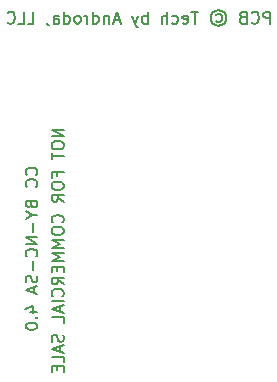
<source format=gbr>
%TF.GenerationSoftware,KiCad,Pcbnew,8.0.2-8.0.2-0~ubuntu22.04.1*%
%TF.CreationDate,2024-05-01T06:16:36-06:00*%
%TF.ProjectId,Centronics_50Pin,43656e74-726f-46e6-9963-735f35305069,1*%
%TF.SameCoordinates,Original*%
%TF.FileFunction,Legend,Bot*%
%TF.FilePolarity,Positive*%
%FSLAX46Y46*%
G04 Gerber Fmt 4.6, Leading zero omitted, Abs format (unit mm)*
G04 Created by KiCad (PCBNEW 8.0.2-8.0.2-0~ubuntu22.04.1) date 2024-05-01 06:16:36*
%MOMM*%
%LPD*%
G01*
G04 APERTURE LIST*
%ADD10C,0.150000*%
G04 APERTURE END LIST*
D10*
X122064580Y-86738207D02*
X122112200Y-86690588D01*
X122112200Y-86690588D02*
X122159819Y-86547731D01*
X122159819Y-86547731D02*
X122159819Y-86452493D01*
X122159819Y-86452493D02*
X122112200Y-86309636D01*
X122112200Y-86309636D02*
X122016961Y-86214398D01*
X122016961Y-86214398D02*
X121921723Y-86166779D01*
X121921723Y-86166779D02*
X121731247Y-86119160D01*
X121731247Y-86119160D02*
X121588390Y-86119160D01*
X121588390Y-86119160D02*
X121397914Y-86166779D01*
X121397914Y-86166779D02*
X121302676Y-86214398D01*
X121302676Y-86214398D02*
X121207438Y-86309636D01*
X121207438Y-86309636D02*
X121159819Y-86452493D01*
X121159819Y-86452493D02*
X121159819Y-86547731D01*
X121159819Y-86547731D02*
X121207438Y-86690588D01*
X121207438Y-86690588D02*
X121255057Y-86738207D01*
X122064580Y-87738207D02*
X122112200Y-87690588D01*
X122112200Y-87690588D02*
X122159819Y-87547731D01*
X122159819Y-87547731D02*
X122159819Y-87452493D01*
X122159819Y-87452493D02*
X122112200Y-87309636D01*
X122112200Y-87309636D02*
X122016961Y-87214398D01*
X122016961Y-87214398D02*
X121921723Y-87166779D01*
X121921723Y-87166779D02*
X121731247Y-87119160D01*
X121731247Y-87119160D02*
X121588390Y-87119160D01*
X121588390Y-87119160D02*
X121397914Y-87166779D01*
X121397914Y-87166779D02*
X121302676Y-87214398D01*
X121302676Y-87214398D02*
X121207438Y-87309636D01*
X121207438Y-87309636D02*
X121159819Y-87452493D01*
X121159819Y-87452493D02*
X121159819Y-87547731D01*
X121159819Y-87547731D02*
X121207438Y-87690588D01*
X121207438Y-87690588D02*
X121255057Y-87738207D01*
X121636009Y-89262017D02*
X121683628Y-89404874D01*
X121683628Y-89404874D02*
X121731247Y-89452493D01*
X121731247Y-89452493D02*
X121826485Y-89500112D01*
X121826485Y-89500112D02*
X121969342Y-89500112D01*
X121969342Y-89500112D02*
X122064580Y-89452493D01*
X122064580Y-89452493D02*
X122112200Y-89404874D01*
X122112200Y-89404874D02*
X122159819Y-89309636D01*
X122159819Y-89309636D02*
X122159819Y-88928684D01*
X122159819Y-88928684D02*
X121159819Y-88928684D01*
X121159819Y-88928684D02*
X121159819Y-89262017D01*
X121159819Y-89262017D02*
X121207438Y-89357255D01*
X121207438Y-89357255D02*
X121255057Y-89404874D01*
X121255057Y-89404874D02*
X121350295Y-89452493D01*
X121350295Y-89452493D02*
X121445533Y-89452493D01*
X121445533Y-89452493D02*
X121540771Y-89404874D01*
X121540771Y-89404874D02*
X121588390Y-89357255D01*
X121588390Y-89357255D02*
X121636009Y-89262017D01*
X121636009Y-89262017D02*
X121636009Y-88928684D01*
X121683628Y-90119160D02*
X122159819Y-90119160D01*
X121159819Y-89785827D02*
X121683628Y-90119160D01*
X121683628Y-90119160D02*
X121159819Y-90452493D01*
X121778866Y-90785827D02*
X121778866Y-91547732D01*
X122159819Y-92023922D02*
X121159819Y-92023922D01*
X121159819Y-92023922D02*
X122159819Y-92595350D01*
X122159819Y-92595350D02*
X121159819Y-92595350D01*
X122064580Y-93642969D02*
X122112200Y-93595350D01*
X122112200Y-93595350D02*
X122159819Y-93452493D01*
X122159819Y-93452493D02*
X122159819Y-93357255D01*
X122159819Y-93357255D02*
X122112200Y-93214398D01*
X122112200Y-93214398D02*
X122016961Y-93119160D01*
X122016961Y-93119160D02*
X121921723Y-93071541D01*
X121921723Y-93071541D02*
X121731247Y-93023922D01*
X121731247Y-93023922D02*
X121588390Y-93023922D01*
X121588390Y-93023922D02*
X121397914Y-93071541D01*
X121397914Y-93071541D02*
X121302676Y-93119160D01*
X121302676Y-93119160D02*
X121207438Y-93214398D01*
X121207438Y-93214398D02*
X121159819Y-93357255D01*
X121159819Y-93357255D02*
X121159819Y-93452493D01*
X121159819Y-93452493D02*
X121207438Y-93595350D01*
X121207438Y-93595350D02*
X121255057Y-93642969D01*
X121778866Y-94071541D02*
X121778866Y-94833446D01*
X122112200Y-95262017D02*
X122159819Y-95404874D01*
X122159819Y-95404874D02*
X122159819Y-95642969D01*
X122159819Y-95642969D02*
X122112200Y-95738207D01*
X122112200Y-95738207D02*
X122064580Y-95785826D01*
X122064580Y-95785826D02*
X121969342Y-95833445D01*
X121969342Y-95833445D02*
X121874104Y-95833445D01*
X121874104Y-95833445D02*
X121778866Y-95785826D01*
X121778866Y-95785826D02*
X121731247Y-95738207D01*
X121731247Y-95738207D02*
X121683628Y-95642969D01*
X121683628Y-95642969D02*
X121636009Y-95452493D01*
X121636009Y-95452493D02*
X121588390Y-95357255D01*
X121588390Y-95357255D02*
X121540771Y-95309636D01*
X121540771Y-95309636D02*
X121445533Y-95262017D01*
X121445533Y-95262017D02*
X121350295Y-95262017D01*
X121350295Y-95262017D02*
X121255057Y-95309636D01*
X121255057Y-95309636D02*
X121207438Y-95357255D01*
X121207438Y-95357255D02*
X121159819Y-95452493D01*
X121159819Y-95452493D02*
X121159819Y-95690588D01*
X121159819Y-95690588D02*
X121207438Y-95833445D01*
X121874104Y-96214398D02*
X121874104Y-96690588D01*
X122159819Y-96119160D02*
X121159819Y-96452493D01*
X121159819Y-96452493D02*
X122159819Y-96785826D01*
X121493152Y-98309636D02*
X122159819Y-98309636D01*
X121112200Y-98071541D02*
X121826485Y-97833446D01*
X121826485Y-97833446D02*
X121826485Y-98452493D01*
X122064580Y-98833446D02*
X122112200Y-98881065D01*
X122112200Y-98881065D02*
X122159819Y-98833446D01*
X122159819Y-98833446D02*
X122112200Y-98785827D01*
X122112200Y-98785827D02*
X122064580Y-98833446D01*
X122064580Y-98833446D02*
X122159819Y-98833446D01*
X121159819Y-99500112D02*
X121159819Y-99595350D01*
X121159819Y-99595350D02*
X121207438Y-99690588D01*
X121207438Y-99690588D02*
X121255057Y-99738207D01*
X121255057Y-99738207D02*
X121350295Y-99785826D01*
X121350295Y-99785826D02*
X121540771Y-99833445D01*
X121540771Y-99833445D02*
X121778866Y-99833445D01*
X121778866Y-99833445D02*
X121969342Y-99785826D01*
X121969342Y-99785826D02*
X122064580Y-99738207D01*
X122064580Y-99738207D02*
X122112200Y-99690588D01*
X122112200Y-99690588D02*
X122159819Y-99595350D01*
X122159819Y-99595350D02*
X122159819Y-99500112D01*
X122159819Y-99500112D02*
X122112200Y-99404874D01*
X122112200Y-99404874D02*
X122064580Y-99357255D01*
X122064580Y-99357255D02*
X121969342Y-99309636D01*
X121969342Y-99309636D02*
X121778866Y-99262017D01*
X121778866Y-99262017D02*
X121540771Y-99262017D01*
X121540771Y-99262017D02*
X121350295Y-99309636D01*
X121350295Y-99309636D02*
X121255057Y-99357255D01*
X121255057Y-99357255D02*
X121207438Y-99404874D01*
X121207438Y-99404874D02*
X121159819Y-99500112D01*
X124369819Y-82906779D02*
X123369819Y-82906779D01*
X123369819Y-82906779D02*
X124369819Y-83478207D01*
X124369819Y-83478207D02*
X123369819Y-83478207D01*
X123369819Y-84144874D02*
X123369819Y-84335350D01*
X123369819Y-84335350D02*
X123417438Y-84430588D01*
X123417438Y-84430588D02*
X123512676Y-84525826D01*
X123512676Y-84525826D02*
X123703152Y-84573445D01*
X123703152Y-84573445D02*
X124036485Y-84573445D01*
X124036485Y-84573445D02*
X124226961Y-84525826D01*
X124226961Y-84525826D02*
X124322200Y-84430588D01*
X124322200Y-84430588D02*
X124369819Y-84335350D01*
X124369819Y-84335350D02*
X124369819Y-84144874D01*
X124369819Y-84144874D02*
X124322200Y-84049636D01*
X124322200Y-84049636D02*
X124226961Y-83954398D01*
X124226961Y-83954398D02*
X124036485Y-83906779D01*
X124036485Y-83906779D02*
X123703152Y-83906779D01*
X123703152Y-83906779D02*
X123512676Y-83954398D01*
X123512676Y-83954398D02*
X123417438Y-84049636D01*
X123417438Y-84049636D02*
X123369819Y-84144874D01*
X123369819Y-84859160D02*
X123369819Y-85430588D01*
X124369819Y-85144874D02*
X123369819Y-85144874D01*
X123846009Y-86859160D02*
X123846009Y-86525827D01*
X124369819Y-86525827D02*
X123369819Y-86525827D01*
X123369819Y-86525827D02*
X123369819Y-87002017D01*
X123369819Y-87573446D02*
X123369819Y-87763922D01*
X123369819Y-87763922D02*
X123417438Y-87859160D01*
X123417438Y-87859160D02*
X123512676Y-87954398D01*
X123512676Y-87954398D02*
X123703152Y-88002017D01*
X123703152Y-88002017D02*
X124036485Y-88002017D01*
X124036485Y-88002017D02*
X124226961Y-87954398D01*
X124226961Y-87954398D02*
X124322200Y-87859160D01*
X124322200Y-87859160D02*
X124369819Y-87763922D01*
X124369819Y-87763922D02*
X124369819Y-87573446D01*
X124369819Y-87573446D02*
X124322200Y-87478208D01*
X124322200Y-87478208D02*
X124226961Y-87382970D01*
X124226961Y-87382970D02*
X124036485Y-87335351D01*
X124036485Y-87335351D02*
X123703152Y-87335351D01*
X123703152Y-87335351D02*
X123512676Y-87382970D01*
X123512676Y-87382970D02*
X123417438Y-87478208D01*
X123417438Y-87478208D02*
X123369819Y-87573446D01*
X124369819Y-89002017D02*
X123893628Y-88668684D01*
X124369819Y-88430589D02*
X123369819Y-88430589D01*
X123369819Y-88430589D02*
X123369819Y-88811541D01*
X123369819Y-88811541D02*
X123417438Y-88906779D01*
X123417438Y-88906779D02*
X123465057Y-88954398D01*
X123465057Y-88954398D02*
X123560295Y-89002017D01*
X123560295Y-89002017D02*
X123703152Y-89002017D01*
X123703152Y-89002017D02*
X123798390Y-88954398D01*
X123798390Y-88954398D02*
X123846009Y-88906779D01*
X123846009Y-88906779D02*
X123893628Y-88811541D01*
X123893628Y-88811541D02*
X123893628Y-88430589D01*
X124274580Y-90763922D02*
X124322200Y-90716303D01*
X124322200Y-90716303D02*
X124369819Y-90573446D01*
X124369819Y-90573446D02*
X124369819Y-90478208D01*
X124369819Y-90478208D02*
X124322200Y-90335351D01*
X124322200Y-90335351D02*
X124226961Y-90240113D01*
X124226961Y-90240113D02*
X124131723Y-90192494D01*
X124131723Y-90192494D02*
X123941247Y-90144875D01*
X123941247Y-90144875D02*
X123798390Y-90144875D01*
X123798390Y-90144875D02*
X123607914Y-90192494D01*
X123607914Y-90192494D02*
X123512676Y-90240113D01*
X123512676Y-90240113D02*
X123417438Y-90335351D01*
X123417438Y-90335351D02*
X123369819Y-90478208D01*
X123369819Y-90478208D02*
X123369819Y-90573446D01*
X123369819Y-90573446D02*
X123417438Y-90716303D01*
X123417438Y-90716303D02*
X123465057Y-90763922D01*
X123369819Y-91382970D02*
X123369819Y-91573446D01*
X123369819Y-91573446D02*
X123417438Y-91668684D01*
X123417438Y-91668684D02*
X123512676Y-91763922D01*
X123512676Y-91763922D02*
X123703152Y-91811541D01*
X123703152Y-91811541D02*
X124036485Y-91811541D01*
X124036485Y-91811541D02*
X124226961Y-91763922D01*
X124226961Y-91763922D02*
X124322200Y-91668684D01*
X124322200Y-91668684D02*
X124369819Y-91573446D01*
X124369819Y-91573446D02*
X124369819Y-91382970D01*
X124369819Y-91382970D02*
X124322200Y-91287732D01*
X124322200Y-91287732D02*
X124226961Y-91192494D01*
X124226961Y-91192494D02*
X124036485Y-91144875D01*
X124036485Y-91144875D02*
X123703152Y-91144875D01*
X123703152Y-91144875D02*
X123512676Y-91192494D01*
X123512676Y-91192494D02*
X123417438Y-91287732D01*
X123417438Y-91287732D02*
X123369819Y-91382970D01*
X124369819Y-92240113D02*
X123369819Y-92240113D01*
X123369819Y-92240113D02*
X124084104Y-92573446D01*
X124084104Y-92573446D02*
X123369819Y-92906779D01*
X123369819Y-92906779D02*
X124369819Y-92906779D01*
X124369819Y-93382970D02*
X123369819Y-93382970D01*
X123369819Y-93382970D02*
X124084104Y-93716303D01*
X124084104Y-93716303D02*
X123369819Y-94049636D01*
X123369819Y-94049636D02*
X124369819Y-94049636D01*
X123846009Y-94525827D02*
X123846009Y-94859160D01*
X124369819Y-95002017D02*
X124369819Y-94525827D01*
X124369819Y-94525827D02*
X123369819Y-94525827D01*
X123369819Y-94525827D02*
X123369819Y-95002017D01*
X124369819Y-96002017D02*
X123893628Y-95668684D01*
X124369819Y-95430589D02*
X123369819Y-95430589D01*
X123369819Y-95430589D02*
X123369819Y-95811541D01*
X123369819Y-95811541D02*
X123417438Y-95906779D01*
X123417438Y-95906779D02*
X123465057Y-95954398D01*
X123465057Y-95954398D02*
X123560295Y-96002017D01*
X123560295Y-96002017D02*
X123703152Y-96002017D01*
X123703152Y-96002017D02*
X123798390Y-95954398D01*
X123798390Y-95954398D02*
X123846009Y-95906779D01*
X123846009Y-95906779D02*
X123893628Y-95811541D01*
X123893628Y-95811541D02*
X123893628Y-95430589D01*
X124274580Y-97002017D02*
X124322200Y-96954398D01*
X124322200Y-96954398D02*
X124369819Y-96811541D01*
X124369819Y-96811541D02*
X124369819Y-96716303D01*
X124369819Y-96716303D02*
X124322200Y-96573446D01*
X124322200Y-96573446D02*
X124226961Y-96478208D01*
X124226961Y-96478208D02*
X124131723Y-96430589D01*
X124131723Y-96430589D02*
X123941247Y-96382970D01*
X123941247Y-96382970D02*
X123798390Y-96382970D01*
X123798390Y-96382970D02*
X123607914Y-96430589D01*
X123607914Y-96430589D02*
X123512676Y-96478208D01*
X123512676Y-96478208D02*
X123417438Y-96573446D01*
X123417438Y-96573446D02*
X123369819Y-96716303D01*
X123369819Y-96716303D02*
X123369819Y-96811541D01*
X123369819Y-96811541D02*
X123417438Y-96954398D01*
X123417438Y-96954398D02*
X123465057Y-97002017D01*
X124369819Y-97430589D02*
X123369819Y-97430589D01*
X124084104Y-97859160D02*
X124084104Y-98335350D01*
X124369819Y-97763922D02*
X123369819Y-98097255D01*
X123369819Y-98097255D02*
X124369819Y-98430588D01*
X124369819Y-99240112D02*
X124369819Y-98763922D01*
X124369819Y-98763922D02*
X123369819Y-98763922D01*
X124322200Y-100287732D02*
X124369819Y-100430589D01*
X124369819Y-100430589D02*
X124369819Y-100668684D01*
X124369819Y-100668684D02*
X124322200Y-100763922D01*
X124322200Y-100763922D02*
X124274580Y-100811541D01*
X124274580Y-100811541D02*
X124179342Y-100859160D01*
X124179342Y-100859160D02*
X124084104Y-100859160D01*
X124084104Y-100859160D02*
X123988866Y-100811541D01*
X123988866Y-100811541D02*
X123941247Y-100763922D01*
X123941247Y-100763922D02*
X123893628Y-100668684D01*
X123893628Y-100668684D02*
X123846009Y-100478208D01*
X123846009Y-100478208D02*
X123798390Y-100382970D01*
X123798390Y-100382970D02*
X123750771Y-100335351D01*
X123750771Y-100335351D02*
X123655533Y-100287732D01*
X123655533Y-100287732D02*
X123560295Y-100287732D01*
X123560295Y-100287732D02*
X123465057Y-100335351D01*
X123465057Y-100335351D02*
X123417438Y-100382970D01*
X123417438Y-100382970D02*
X123369819Y-100478208D01*
X123369819Y-100478208D02*
X123369819Y-100716303D01*
X123369819Y-100716303D02*
X123417438Y-100859160D01*
X124084104Y-101240113D02*
X124084104Y-101716303D01*
X124369819Y-101144875D02*
X123369819Y-101478208D01*
X123369819Y-101478208D02*
X124369819Y-101811541D01*
X124369819Y-102621065D02*
X124369819Y-102144875D01*
X124369819Y-102144875D02*
X123369819Y-102144875D01*
X123846009Y-102954399D02*
X123846009Y-103287732D01*
X124369819Y-103430589D02*
X124369819Y-102954399D01*
X124369819Y-102954399D02*
X123369819Y-102954399D01*
X123369819Y-102954399D02*
X123369819Y-103430589D01*
X141865239Y-73924819D02*
X141865239Y-72924819D01*
X141865239Y-72924819D02*
X141484287Y-72924819D01*
X141484287Y-72924819D02*
X141389049Y-72972438D01*
X141389049Y-72972438D02*
X141341430Y-73020057D01*
X141341430Y-73020057D02*
X141293811Y-73115295D01*
X141293811Y-73115295D02*
X141293811Y-73258152D01*
X141293811Y-73258152D02*
X141341430Y-73353390D01*
X141341430Y-73353390D02*
X141389049Y-73401009D01*
X141389049Y-73401009D02*
X141484287Y-73448628D01*
X141484287Y-73448628D02*
X141865239Y-73448628D01*
X140293811Y-73829580D02*
X140341430Y-73877200D01*
X140341430Y-73877200D02*
X140484287Y-73924819D01*
X140484287Y-73924819D02*
X140579525Y-73924819D01*
X140579525Y-73924819D02*
X140722382Y-73877200D01*
X140722382Y-73877200D02*
X140817620Y-73781961D01*
X140817620Y-73781961D02*
X140865239Y-73686723D01*
X140865239Y-73686723D02*
X140912858Y-73496247D01*
X140912858Y-73496247D02*
X140912858Y-73353390D01*
X140912858Y-73353390D02*
X140865239Y-73162914D01*
X140865239Y-73162914D02*
X140817620Y-73067676D01*
X140817620Y-73067676D02*
X140722382Y-72972438D01*
X140722382Y-72972438D02*
X140579525Y-72924819D01*
X140579525Y-72924819D02*
X140484287Y-72924819D01*
X140484287Y-72924819D02*
X140341430Y-72972438D01*
X140341430Y-72972438D02*
X140293811Y-73020057D01*
X139531906Y-73401009D02*
X139389049Y-73448628D01*
X139389049Y-73448628D02*
X139341430Y-73496247D01*
X139341430Y-73496247D02*
X139293811Y-73591485D01*
X139293811Y-73591485D02*
X139293811Y-73734342D01*
X139293811Y-73734342D02*
X139341430Y-73829580D01*
X139341430Y-73829580D02*
X139389049Y-73877200D01*
X139389049Y-73877200D02*
X139484287Y-73924819D01*
X139484287Y-73924819D02*
X139865239Y-73924819D01*
X139865239Y-73924819D02*
X139865239Y-72924819D01*
X139865239Y-72924819D02*
X139531906Y-72924819D01*
X139531906Y-72924819D02*
X139436668Y-72972438D01*
X139436668Y-72972438D02*
X139389049Y-73020057D01*
X139389049Y-73020057D02*
X139341430Y-73115295D01*
X139341430Y-73115295D02*
X139341430Y-73210533D01*
X139341430Y-73210533D02*
X139389049Y-73305771D01*
X139389049Y-73305771D02*
X139436668Y-73353390D01*
X139436668Y-73353390D02*
X139531906Y-73401009D01*
X139531906Y-73401009D02*
X139865239Y-73401009D01*
X137293810Y-73162914D02*
X137389049Y-73115295D01*
X137389049Y-73115295D02*
X137579525Y-73115295D01*
X137579525Y-73115295D02*
X137674763Y-73162914D01*
X137674763Y-73162914D02*
X137770001Y-73258152D01*
X137770001Y-73258152D02*
X137817620Y-73353390D01*
X137817620Y-73353390D02*
X137817620Y-73543866D01*
X137817620Y-73543866D02*
X137770001Y-73639104D01*
X137770001Y-73639104D02*
X137674763Y-73734342D01*
X137674763Y-73734342D02*
X137579525Y-73781961D01*
X137579525Y-73781961D02*
X137389049Y-73781961D01*
X137389049Y-73781961D02*
X137293810Y-73734342D01*
X137484287Y-72781961D02*
X137722382Y-72829580D01*
X137722382Y-72829580D02*
X137960477Y-72972438D01*
X137960477Y-72972438D02*
X138103334Y-73210533D01*
X138103334Y-73210533D02*
X138150953Y-73448628D01*
X138150953Y-73448628D02*
X138103334Y-73686723D01*
X138103334Y-73686723D02*
X137960477Y-73924819D01*
X137960477Y-73924819D02*
X137722382Y-74067676D01*
X137722382Y-74067676D02*
X137484287Y-74115295D01*
X137484287Y-74115295D02*
X137246191Y-74067676D01*
X137246191Y-74067676D02*
X137008096Y-73924819D01*
X137008096Y-73924819D02*
X136865239Y-73686723D01*
X136865239Y-73686723D02*
X136817620Y-73448628D01*
X136817620Y-73448628D02*
X136865239Y-73210533D01*
X136865239Y-73210533D02*
X137008096Y-72972438D01*
X137008096Y-72972438D02*
X137246191Y-72829580D01*
X137246191Y-72829580D02*
X137484287Y-72781961D01*
X135770000Y-72924819D02*
X135198572Y-72924819D01*
X135484286Y-73924819D02*
X135484286Y-72924819D01*
X134484286Y-73877200D02*
X134579524Y-73924819D01*
X134579524Y-73924819D02*
X134770000Y-73924819D01*
X134770000Y-73924819D02*
X134865238Y-73877200D01*
X134865238Y-73877200D02*
X134912857Y-73781961D01*
X134912857Y-73781961D02*
X134912857Y-73401009D01*
X134912857Y-73401009D02*
X134865238Y-73305771D01*
X134865238Y-73305771D02*
X134770000Y-73258152D01*
X134770000Y-73258152D02*
X134579524Y-73258152D01*
X134579524Y-73258152D02*
X134484286Y-73305771D01*
X134484286Y-73305771D02*
X134436667Y-73401009D01*
X134436667Y-73401009D02*
X134436667Y-73496247D01*
X134436667Y-73496247D02*
X134912857Y-73591485D01*
X133579524Y-73877200D02*
X133674762Y-73924819D01*
X133674762Y-73924819D02*
X133865238Y-73924819D01*
X133865238Y-73924819D02*
X133960476Y-73877200D01*
X133960476Y-73877200D02*
X134008095Y-73829580D01*
X134008095Y-73829580D02*
X134055714Y-73734342D01*
X134055714Y-73734342D02*
X134055714Y-73448628D01*
X134055714Y-73448628D02*
X134008095Y-73353390D01*
X134008095Y-73353390D02*
X133960476Y-73305771D01*
X133960476Y-73305771D02*
X133865238Y-73258152D01*
X133865238Y-73258152D02*
X133674762Y-73258152D01*
X133674762Y-73258152D02*
X133579524Y-73305771D01*
X133150952Y-73924819D02*
X133150952Y-72924819D01*
X132722381Y-73924819D02*
X132722381Y-73401009D01*
X132722381Y-73401009D02*
X132770000Y-73305771D01*
X132770000Y-73305771D02*
X132865238Y-73258152D01*
X132865238Y-73258152D02*
X133008095Y-73258152D01*
X133008095Y-73258152D02*
X133103333Y-73305771D01*
X133103333Y-73305771D02*
X133150952Y-73353390D01*
X131484285Y-73924819D02*
X131484285Y-72924819D01*
X131484285Y-73305771D02*
X131389047Y-73258152D01*
X131389047Y-73258152D02*
X131198571Y-73258152D01*
X131198571Y-73258152D02*
X131103333Y-73305771D01*
X131103333Y-73305771D02*
X131055714Y-73353390D01*
X131055714Y-73353390D02*
X131008095Y-73448628D01*
X131008095Y-73448628D02*
X131008095Y-73734342D01*
X131008095Y-73734342D02*
X131055714Y-73829580D01*
X131055714Y-73829580D02*
X131103333Y-73877200D01*
X131103333Y-73877200D02*
X131198571Y-73924819D01*
X131198571Y-73924819D02*
X131389047Y-73924819D01*
X131389047Y-73924819D02*
X131484285Y-73877200D01*
X130674761Y-73258152D02*
X130436666Y-73924819D01*
X130198571Y-73258152D02*
X130436666Y-73924819D01*
X130436666Y-73924819D02*
X130531904Y-74162914D01*
X130531904Y-74162914D02*
X130579523Y-74210533D01*
X130579523Y-74210533D02*
X130674761Y-74258152D01*
X129103332Y-73639104D02*
X128627142Y-73639104D01*
X129198570Y-73924819D02*
X128865237Y-72924819D01*
X128865237Y-72924819D02*
X128531904Y-73924819D01*
X128198570Y-73258152D02*
X128198570Y-73924819D01*
X128198570Y-73353390D02*
X128150951Y-73305771D01*
X128150951Y-73305771D02*
X128055713Y-73258152D01*
X128055713Y-73258152D02*
X127912856Y-73258152D01*
X127912856Y-73258152D02*
X127817618Y-73305771D01*
X127817618Y-73305771D02*
X127769999Y-73401009D01*
X127769999Y-73401009D02*
X127769999Y-73924819D01*
X126865237Y-73924819D02*
X126865237Y-72924819D01*
X126865237Y-73877200D02*
X126960475Y-73924819D01*
X126960475Y-73924819D02*
X127150951Y-73924819D01*
X127150951Y-73924819D02*
X127246189Y-73877200D01*
X127246189Y-73877200D02*
X127293808Y-73829580D01*
X127293808Y-73829580D02*
X127341427Y-73734342D01*
X127341427Y-73734342D02*
X127341427Y-73448628D01*
X127341427Y-73448628D02*
X127293808Y-73353390D01*
X127293808Y-73353390D02*
X127246189Y-73305771D01*
X127246189Y-73305771D02*
X127150951Y-73258152D01*
X127150951Y-73258152D02*
X126960475Y-73258152D01*
X126960475Y-73258152D02*
X126865237Y-73305771D01*
X126389046Y-73924819D02*
X126389046Y-73258152D01*
X126389046Y-73448628D02*
X126341427Y-73353390D01*
X126341427Y-73353390D02*
X126293808Y-73305771D01*
X126293808Y-73305771D02*
X126198570Y-73258152D01*
X126198570Y-73258152D02*
X126103332Y-73258152D01*
X125627141Y-73924819D02*
X125722379Y-73877200D01*
X125722379Y-73877200D02*
X125769998Y-73829580D01*
X125769998Y-73829580D02*
X125817617Y-73734342D01*
X125817617Y-73734342D02*
X125817617Y-73448628D01*
X125817617Y-73448628D02*
X125769998Y-73353390D01*
X125769998Y-73353390D02*
X125722379Y-73305771D01*
X125722379Y-73305771D02*
X125627141Y-73258152D01*
X125627141Y-73258152D02*
X125484284Y-73258152D01*
X125484284Y-73258152D02*
X125389046Y-73305771D01*
X125389046Y-73305771D02*
X125341427Y-73353390D01*
X125341427Y-73353390D02*
X125293808Y-73448628D01*
X125293808Y-73448628D02*
X125293808Y-73734342D01*
X125293808Y-73734342D02*
X125341427Y-73829580D01*
X125341427Y-73829580D02*
X125389046Y-73877200D01*
X125389046Y-73877200D02*
X125484284Y-73924819D01*
X125484284Y-73924819D02*
X125627141Y-73924819D01*
X124436665Y-73924819D02*
X124436665Y-72924819D01*
X124436665Y-73877200D02*
X124531903Y-73924819D01*
X124531903Y-73924819D02*
X124722379Y-73924819D01*
X124722379Y-73924819D02*
X124817617Y-73877200D01*
X124817617Y-73877200D02*
X124865236Y-73829580D01*
X124865236Y-73829580D02*
X124912855Y-73734342D01*
X124912855Y-73734342D02*
X124912855Y-73448628D01*
X124912855Y-73448628D02*
X124865236Y-73353390D01*
X124865236Y-73353390D02*
X124817617Y-73305771D01*
X124817617Y-73305771D02*
X124722379Y-73258152D01*
X124722379Y-73258152D02*
X124531903Y-73258152D01*
X124531903Y-73258152D02*
X124436665Y-73305771D01*
X123531903Y-73924819D02*
X123531903Y-73401009D01*
X123531903Y-73401009D02*
X123579522Y-73305771D01*
X123579522Y-73305771D02*
X123674760Y-73258152D01*
X123674760Y-73258152D02*
X123865236Y-73258152D01*
X123865236Y-73258152D02*
X123960474Y-73305771D01*
X123531903Y-73877200D02*
X123627141Y-73924819D01*
X123627141Y-73924819D02*
X123865236Y-73924819D01*
X123865236Y-73924819D02*
X123960474Y-73877200D01*
X123960474Y-73877200D02*
X124008093Y-73781961D01*
X124008093Y-73781961D02*
X124008093Y-73686723D01*
X124008093Y-73686723D02*
X123960474Y-73591485D01*
X123960474Y-73591485D02*
X123865236Y-73543866D01*
X123865236Y-73543866D02*
X123627141Y-73543866D01*
X123627141Y-73543866D02*
X123531903Y-73496247D01*
X123008093Y-73877200D02*
X123008093Y-73924819D01*
X123008093Y-73924819D02*
X123055712Y-74020057D01*
X123055712Y-74020057D02*
X123103331Y-74067676D01*
X121341427Y-73924819D02*
X121817617Y-73924819D01*
X121817617Y-73924819D02*
X121817617Y-72924819D01*
X120531903Y-73924819D02*
X121008093Y-73924819D01*
X121008093Y-73924819D02*
X121008093Y-72924819D01*
X119627141Y-73829580D02*
X119674760Y-73877200D01*
X119674760Y-73877200D02*
X119817617Y-73924819D01*
X119817617Y-73924819D02*
X119912855Y-73924819D01*
X119912855Y-73924819D02*
X120055712Y-73877200D01*
X120055712Y-73877200D02*
X120150950Y-73781961D01*
X120150950Y-73781961D02*
X120198569Y-73686723D01*
X120198569Y-73686723D02*
X120246188Y-73496247D01*
X120246188Y-73496247D02*
X120246188Y-73353390D01*
X120246188Y-73353390D02*
X120198569Y-73162914D01*
X120198569Y-73162914D02*
X120150950Y-73067676D01*
X120150950Y-73067676D02*
X120055712Y-72972438D01*
X120055712Y-72972438D02*
X119912855Y-72924819D01*
X119912855Y-72924819D02*
X119817617Y-72924819D01*
X119817617Y-72924819D02*
X119674760Y-72972438D01*
X119674760Y-72972438D02*
X119627141Y-73020057D01*
M02*

</source>
